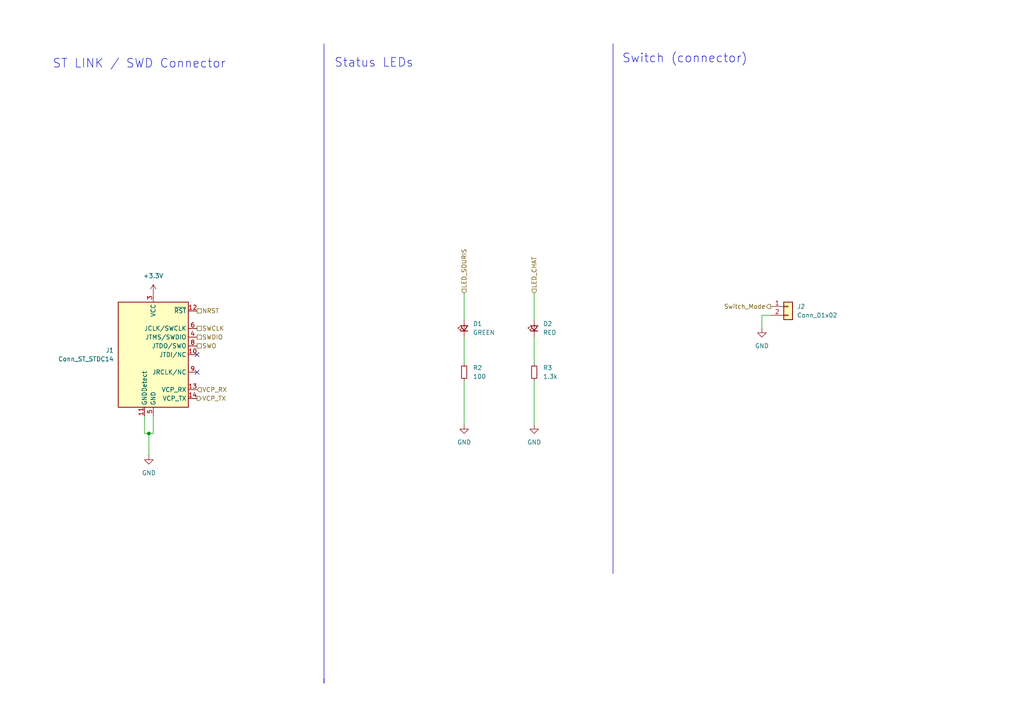
<source format=kicad_sch>
(kicad_sch (version 20231120) (generator "eeschema") (generator_version "8.0")
  (paper "A4")
  (lib_symbols
    (symbol "Connector:Conn_ST_STDC14"
      (property "Reference" "J" (at -8.89 16.51 0))
      (property "Value" "Conn_ST_STDC14" (at 17.78 16.51 0))
      (symbol "Conn_ST_STDC14_0_1"
        (rectangle (start -10.16 15.24) (end 10.16 -15.24) (stroke (width 0.254)) (fill (type background)))
      )
      (symbol "Conn_ST_STDC14_1_1"
        (pin no_connect line (at -10.16 5.08 0) (length 2.54) hide (name "NC") (number "1"))
        (pin output line (at 12.7 0 180) (length 2.54) (name "JTDI/NC") (number "10"))
        (pin passive line (at -2.54 -17.78 90) (length 2.54) (name "GNDDetect") (number "11"))
        (pin open_collector line (at 12.7 12.7 180) (length 2.54) (name "~{RST}") (number "12"))
        (pin output line (at 12.7 -10.16 180) (length 2.54) (name "VCP_RX") (number "13"))
        (pin input line (at 12.7 -12.7 180) (length 2.54) (name "VCP_TX") (number "14"))
        (pin no_connect line (at -10.16 2.54 0) (length 2.54) hide (name "NC") (number "2"))
        (pin power_in line (at 0 17.78 270) (length 2.54) (name "VCC") (number "3"))
        (pin bidirectional line (at 12.7 5.08 180) (length 2.54) (name "JTMS/SWDIO") (number "4"))
        (pin power_in line (at 0 -17.78 90) (length 2.54) (name "GND") (number "5"))
        (pin output line (at 12.7 7.62 180) (length 2.54) (name "JCLK/SWCLK") (number "6"))
        (pin passive line (at 0 -17.78 90) (length 2.54) hide (name "GND") (number "7"))
        (pin input line (at 12.7 2.54 180) (length 2.54) (name "JTDO/SWO") (number "8"))
        (pin input line (at 12.7 -5.08 180) (length 2.54) (name "JRCLK/NC") (number "9"))
      )
    )
    (symbol "Connector_Generic:Conn_01x02" (pin_names (offset 1.016) hide)
      (property "Reference" "J" (at 0 2.54 0))
      (property "Value" "Conn_01x02" (at 0 -5.08 0))
      (symbol "Conn_01x02_1_1"
        (rectangle (start -1.27 -2.413) (end 0 -2.667) (stroke (width 0.1524)))
        (rectangle (start -1.27 0.127) (end 0 -0.127) (stroke (width 0.1524)))
        (rectangle (start -1.27 1.27) (end 1.27 -3.81) (stroke (width 0.254)) (fill (type background)))
        (pin passive line (at -5.08 0 0) (length 3.81) (name "Pin_1") (number "1"))
        (pin passive line (at -5.08 -2.54 0) (length 3.81) (name "Pin_2") (number "2"))
      )
    )
    (symbol "Device:LED_Small" (pin_numbers hide) (pin_names (offset 0.254) hide)
      (property "Reference" "D" (at -1.27 3.175 0))
      (property "Value" "LED_Small" (at -4.445 -2.54 0))
      (symbol "LED_Small_0_1"
        (polyline (pts (xy -0.762 -1.016) (xy -0.762 1.016)) (stroke (width 0.254)))
        (polyline (pts (xy 1.016 0) (xy -0.762 0)))
        (polyline (pts (xy 0.762 -1.016) (xy -0.762 0) (xy 0.762 1.016) (xy 0.762 -1.016)) (stroke (width 0.254)))
        (polyline (pts (xy 0 0.762) (xy -0.508 1.27) (xy -0.254 1.27) (xy -0.508 1.27) (xy -0.508 1.016)))
        (polyline (pts (xy 0.508 1.27) (xy 0 1.778) (xy 0.254 1.778) (xy 0 1.778) (xy 0 1.524)))
      )
      (symbol "LED_Small_1_1"
        (pin passive line (at -2.54 0 0) (length 1.778) (name "K") (number "1"))
        (pin passive line (at 2.54 0 180) (length 1.778) (name "A") (number "2"))
      )
    )
    (symbol "Device:R_Small" (pin_numbers hide) (pin_names (offset 0.254) hide)
      (property "Reference" "R" (at 0.762 0.508 0))
      (property "Value" "R_Small" (at 0.762 -1.016 0))
      (symbol "R_Small_0_1"
        (rectangle (start -0.762 1.778) (end 0.762 -1.778) (stroke (width 0.2032)))
      )
      (symbol "R_Small_1_1"
        (pin passive line (at 0 2.54 270) (length 0.762) (name "~") (number "1"))
        (pin passive line (at 0 -2.54 90) (length 0.762) (name "~") (number "2"))
      )
    )
    (symbol "power:+3.3V" (power) (pin_numbers hide) (pin_names (offset 0) hide)
      (property "Value" "+3.3V" (at 0 3.556 0))
      (symbol "+3.3V_0_1"
        (polyline (pts (xy -0.762 1.27) (xy 0 2.54)))
        (polyline (pts (xy 0 0) (xy 0 2.54)))
        (polyline (pts (xy 0 2.54) (xy 0.762 1.27)))
      )
      (symbol "+3.3V_1_1"
        (pin power_in line (at 0 0 90) (length 0) (name "~") (number "1"))
      )
    )
    (symbol "power:GND" (power) (pin_numbers hide) (pin_names (offset 0) hide)
      (property "Value" "GND" (at 0 -3.81 0))
      (symbol "GND_0_1"
        (polyline (pts (xy 0 0) (xy 0 -1.27) (xy 1.27 -1.27) (xy 0 -2.54) (xy -1.27 -1.27) (xy 0 -1.27)))
      )
      (symbol "GND_1_1"
        (pin power_in line (at 0 0 270) (length 0) (name "~") (number "1"))
      )
    )
  )
  (junction (at 43.18 125.73))
  (no_connect (at 57.15 107.95))
  (no_connect (at 57.15 102.87))
  (wire (pts (xy 220.98 91.44) (xy 220.98 95.25)))
  (wire (pts (xy 154.94 97.79) (xy 154.94 105.41)))
  (polyline (pts (xy 177.8 12.7) (xy 177.8 166.37)))
  (wire (pts (xy 41.91 120.65) (xy 41.91 125.73)))
  (wire (pts (xy 43.18 125.73) (xy 43.18 132.08)))
  (polyline (pts (xy 93.98 196.85) (xy 93.98 198.12)))
  (wire (pts (xy 223.52 91.44) (xy 220.98 91.44)))
  (wire (pts (xy 134.62 110.49) (xy 134.62 123.19)))
  (wire (pts (xy 41.91 125.73) (xy 43.18 125.73)))
  (wire (pts (xy 154.94 110.49) (xy 154.94 123.19)))
  (wire (pts (xy 134.62 85.09) (xy 134.62 92.71)))
  (wire (pts (xy 43.18 125.73) (xy 44.45 125.73)))
  (wire (pts (xy 154.94 85.09) (xy 154.94 92.71)))
  (wire (pts (xy 44.45 125.73) (xy 44.45 120.65)))
  (polyline (pts (xy 93.98 12.7) (xy 93.98 198.12)))
  (wire (pts (xy 134.62 97.79) (xy 134.62 105.41)))
  (text "ST LINK / SWD Connector\n" (at 40.386 18.542 0) (effects (font (size 2.54 2.54))))
  (text "Status LEDs" (at 108.458 18.288 0) (effects (font (size 2.54 2.54))))
  (text "Switch (connector)\n" (at 198.628 17.018 0) (effects (font (size 2.54 2.54))))
  (hierarchical_label "NRST" (shape passive) (at 57.15 90.17 0))
  (hierarchical_label "LED_SOURIS" (shape input) (at 134.62 85.09 90))
  (hierarchical_label "LED_CHAT" (shape input) (at 154.94 85.09 90))
  (hierarchical_label "SWCLK" (shape passive) (at 57.15 95.25 0))
  (hierarchical_label "VCP_RX" (shape input) (at 57.15 113.03 0))
  (hierarchical_label "Switch_Mode" (shape output) (at 223.52 88.9 180))
  (hierarchical_label "VCP_TX" (shape output) (at 57.15 115.57 0))
  (hierarchical_label "SWDIO" (shape passive) (at 57.15 97.79 0))
  (hierarchical_label "SWO" (shape passive) (at 57.15 100.33 0))
  (symbol (lib_id "power:GND") (at 220.98 95.25 0) (unit 1)
    (property "Reference" "#PWR09" (effects (hide yes)))
    (property "Value" "GND" (at 220.98 100.33 0))
    (property "Description" "Power symbol creates a global label with name \"GND\" , ground" (effects (hide yes)))
  )
  (symbol (lib_id "Device:R_Small") (at 154.94 107.95 0) (unit 1)
    (property "Reference" "R3" (at 157.48 106.6799 0) (effects (justify left)))
    (property "Value" "1.3k" (at 157.48 109.2199 0) (effects (justify left)))
    (property "Footprint" "Resistor_SMD:R_0603_1608Metric_Pad0.98x0.95mm_HandSolder" (effects (hide yes)))
    (property "Description" "Resistor, small symbol" (effects (hide yes)))
  )
  (symbol (lib_id "power:GND") (at 154.94 123.19 0) (unit 1)
    (property "Reference" "#PWR08" (effects (hide yes)))
    (property "Value" "GND" (at 154.94 128.27 0))
    (property "Description" "Power symbol creates a global label with name \"GND\" , ground" (effects (hide yes)))
  )
  (symbol (lib_id "Connector:Conn_ST_STDC14") (at 44.45 102.87 0) (unit 1)
    (property "Reference" "J1" (at 33.02 101.5999 0) (effects (justify right)))
    (property "Value" "Conn_ST_STDC14" (at 33.02 104.1399 0) (effects (justify right)))
    (property "Footprint" "Connector_PinHeader_1.27mm:PinHeader_2x07_P1.27mm_Vertical_SMD" (effects (hide yes)))
    (property "Datasheet" "https://www.st.com/content/ccc/resource/technical/document/user_manual/group1/99/49/91/b6/b2/3a/46/e5/DM00526767/files/DM00526767.pdf/jcr:content/translations/en.DM00526767.pdf" (effects (hide yes)))
    (property "Description" "ST Debug Connector, standard ARM Cortex-M SWD and JTAG interface plus UART" (effects (hide yes)))
  )
  (symbol (lib_id "power:GND") (at 134.62 123.19 0) (unit 1)
    (property "Reference" "#PWR07" (effects (hide yes)))
    (property "Value" "GND" (at 134.62 128.27 0))
    (property "Description" "Power symbol creates a global label with name \"GND\" , ground" (effects (hide yes)))
  )
  (symbol (lib_id "power:+3.3V") (at 44.45 85.09 0) (unit 1)
    (property "Reference" "#PWR06" (effects (hide yes)))
    (property "Value" "+3.3V" (at 44.45 80.01 0))
    (property "Description" "Power symbol creates a global label with name \"+3.3V\"" (effects (hide yes)))
  )
  (symbol (lib_id "Device:R_Small") (at 134.62 107.95 0) (unit 1)
    (property "Reference" "R2" (at 137.16 106.6799 0) (effects (justify left)))
    (property "Value" "100" (at 137.16 109.2199 0) (effects (justify left)))
    (property "Footprint" "Resistor_SMD:R_0603_1608Metric_Pad0.98x0.95mm_HandSolder" (effects (hide yes)))
    (property "Description" "Resistor, small symbol" (effects (hide yes)))
  )
  (symbol (lib_id "power:GND") (at 43.18 132.08 0) (unit 1)
    (property "Reference" "#PWR05" (effects (hide yes)))
    (property "Value" "GND" (at 43.18 137.16 0))
    (property "Description" "Power symbol creates a global label with name \"GND\" , ground" (effects (hide yes)))
  )
  (symbol (lib_id "Device:LED_Small") (at 154.94 95.25 90) (unit 1)
    (property "Reference" "D2" (at 157.48 93.9164 90) (effects (justify right)))
    (property "Value" "RED" (at 157.48 96.4564 90) (effects (justify right)))
    (property "Footprint" "LED_SMD:LED_0603_1608Metric_Pad1.05x0.95mm_HandSolder" (effects (hide yes)))
    (property "Description" "Light emitting diode, small symbol" (effects (hide yes)))
  )
  (symbol (lib_id "Connector_Generic:Conn_01x02") (at 228.6 88.9 0) (unit 1)
    (property "Reference" "J2" (at 231.14 88.8999 0) (effects (justify left)))
    (property "Value" "Conn_01x02" (at 231.14 91.4399 0) (effects (justify left)))
    (property "Footprint" "Connector_JST:JST_XH_S2B-XH-A_1x02_P2.50mm_Horizontal" (effects (hide yes)))
    (property "Description" "Generic connector, single row, 01x02, script generated (kicad-library-utils/schlib/autogen/connector/)" (effects (hide yes)))
  )
  (symbol (lib_id "Device:LED_Small") (at 134.62 95.25 90) (unit 1)
    (property "Reference" "D1" (at 137.16 93.9164 90) (effects (justify right)))
    (property "Value" "GREEN" (at 137.16 96.4564 90) (effects (justify right)))
    (property "Footprint" "LED_SMD:LED_0603_1608Metric_Pad1.05x0.95mm_HandSolder" (effects (hide yes)))
    (property "Description" "Light emitting diode, small symbol" (effects (hide yes)))
  )
)
</source>
